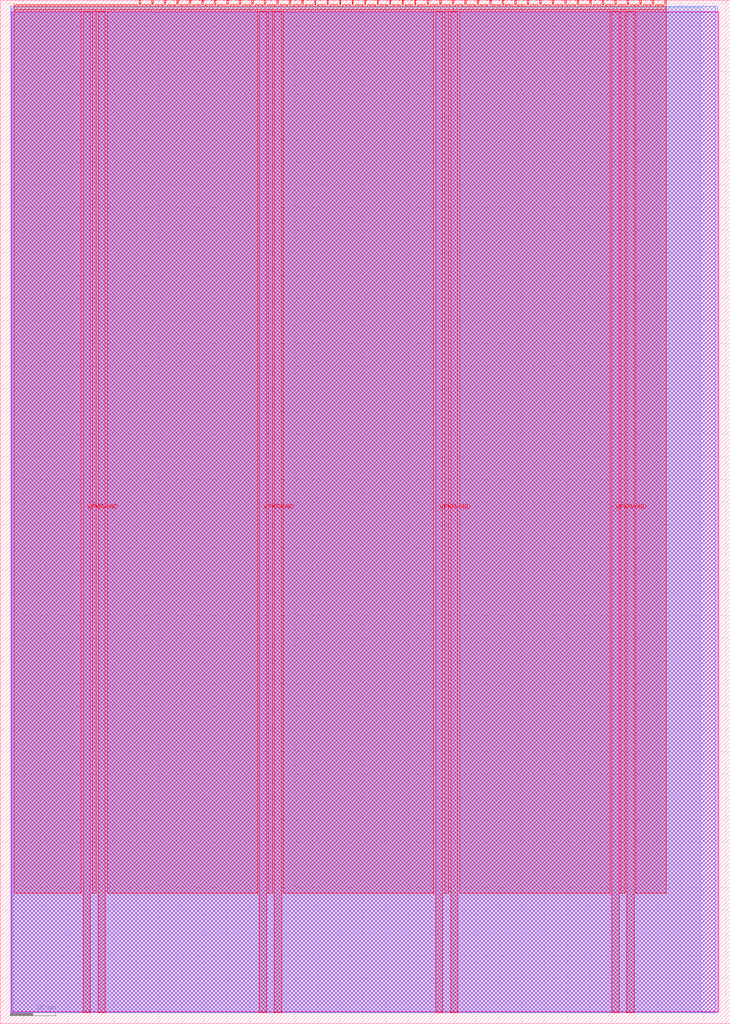
<source format=lef>
VERSION 5.7 ;
  NOWIREEXTENSIONATPIN ON ;
  DIVIDERCHAR "/" ;
  BUSBITCHARS "[]" ;
MACRO tt_um_zerotoasic_logo_screensaver
  CLASS BLOCK ;
  FOREIGN tt_um_zerotoasic_logo_screensaver ;
  ORIGIN 0.000 0.000 ;
  SIZE 161.000 BY 225.760 ;
  PIN VGND
    DIRECTION INOUT ;
    USE GROUND ;
    PORT
      LAYER met4 ;
        RECT 21.580 2.480 23.180 223.280 ;
    END
    PORT
      LAYER met4 ;
        RECT 60.450 2.480 62.050 223.280 ;
    END
    PORT
      LAYER met4 ;
        RECT 99.320 2.480 100.920 223.280 ;
    END
    PORT
      LAYER met4 ;
        RECT 138.190 2.480 139.790 223.280 ;
    END
  END VGND
  PIN VPWR
    DIRECTION INOUT ;
    USE POWER ;
    PORT
      LAYER met4 ;
        RECT 18.280 2.480 19.880 223.280 ;
    END
    PORT
      LAYER met4 ;
        RECT 57.150 2.480 58.750 223.280 ;
    END
    PORT
      LAYER met4 ;
        RECT 96.020 2.480 97.620 223.280 ;
    END
    PORT
      LAYER met4 ;
        RECT 134.890 2.480 136.490 223.280 ;
    END
  END VPWR
  PIN clk
    DIRECTION INPUT ;
    USE SIGNAL ;
    ANTENNAGATEAREA 1.286700 ;
    ANTENNADIFFAREA 0.434700 ;
    PORT
      LAYER met4 ;
        RECT 143.830 224.760 144.130 225.760 ;
    END
  END clk
  PIN ena
    DIRECTION INPUT ;
    USE SIGNAL ;
    PORT
      LAYER met4 ;
        RECT 146.590 224.760 146.890 225.760 ;
    END
  END ena
  PIN rst_n
    DIRECTION INPUT ;
    USE SIGNAL ;
    ANTENNAGATEAREA 0.631200 ;
    ANTENNADIFFAREA 0.434700 ;
    PORT
      LAYER met4 ;
        RECT 141.070 224.760 141.370 225.760 ;
    END
  END rst_n
  PIN ui_in[0]
    DIRECTION INPUT ;
    USE SIGNAL ;
    ANTENNAGATEAREA 0.647700 ;
    ANTENNADIFFAREA 0.434700 ;
    PORT
      LAYER met4 ;
        RECT 138.310 224.760 138.610 225.760 ;
    END
  END ui_in[0]
  PIN ui_in[1]
    DIRECTION INPUT ;
    USE SIGNAL ;
    ANTENNAGATEAREA 0.560700 ;
    ANTENNADIFFAREA 0.434700 ;
    PORT
      LAYER met4 ;
        RECT 135.550 224.760 135.850 225.760 ;
    END
  END ui_in[1]
  PIN ui_in[2]
    DIRECTION INPUT ;
    USE SIGNAL ;
    PORT
      LAYER met4 ;
        RECT 132.790 224.760 133.090 225.760 ;
    END
  END ui_in[2]
  PIN ui_in[3]
    DIRECTION INPUT ;
    USE SIGNAL ;
    PORT
      LAYER met4 ;
        RECT 130.030 224.760 130.330 225.760 ;
    END
  END ui_in[3]
  PIN ui_in[4]
    DIRECTION INPUT ;
    USE SIGNAL ;
    ANTENNAGATEAREA 0.631200 ;
    ANTENNADIFFAREA 0.434700 ;
    PORT
      LAYER met4 ;
        RECT 127.270 224.760 127.570 225.760 ;
    END
  END ui_in[4]
  PIN ui_in[5]
    DIRECTION INPUT ;
    USE SIGNAL ;
    ANTENNAGATEAREA 0.631200 ;
    ANTENNADIFFAREA 0.434700 ;
    PORT
      LAYER met4 ;
        RECT 124.510 224.760 124.810 225.760 ;
    END
  END ui_in[5]
  PIN ui_in[6]
    DIRECTION INPUT ;
    USE SIGNAL ;
    ANTENNAGATEAREA 0.631200 ;
    ANTENNADIFFAREA 0.434700 ;
    PORT
      LAYER met4 ;
        RECT 121.750 224.760 122.050 225.760 ;
    END
  END ui_in[6]
  PIN ui_in[7]
    DIRECTION INPUT ;
    USE SIGNAL ;
    PORT
      LAYER met4 ;
        RECT 118.990 224.760 119.290 225.760 ;
    END
  END ui_in[7]
  PIN uio_in[0]
    DIRECTION INPUT ;
    USE SIGNAL ;
    PORT
      LAYER met4 ;
        RECT 116.230 224.760 116.530 225.760 ;
    END
  END uio_in[0]
  PIN uio_in[1]
    DIRECTION INPUT ;
    USE SIGNAL ;
    PORT
      LAYER met4 ;
        RECT 113.470 224.760 113.770 225.760 ;
    END
  END uio_in[1]
  PIN uio_in[2]
    DIRECTION INPUT ;
    USE SIGNAL ;
    PORT
      LAYER met4 ;
        RECT 110.710 224.760 111.010 225.760 ;
    END
  END uio_in[2]
  PIN uio_in[3]
    DIRECTION INPUT ;
    USE SIGNAL ;
    PORT
      LAYER met4 ;
        RECT 107.950 224.760 108.250 225.760 ;
    END
  END uio_in[3]
  PIN uio_in[4]
    DIRECTION INPUT ;
    USE SIGNAL ;
    PORT
      LAYER met4 ;
        RECT 105.190 224.760 105.490 225.760 ;
    END
  END uio_in[4]
  PIN uio_in[5]
    DIRECTION INPUT ;
    USE SIGNAL ;
    PORT
      LAYER met4 ;
        RECT 102.430 224.760 102.730 225.760 ;
    END
  END uio_in[5]
  PIN uio_in[6]
    DIRECTION INPUT ;
    USE SIGNAL ;
    PORT
      LAYER met4 ;
        RECT 99.670 224.760 99.970 225.760 ;
    END
  END uio_in[6]
  PIN uio_in[7]
    DIRECTION INPUT ;
    USE SIGNAL ;
    PORT
      LAYER met4 ;
        RECT 96.910 224.760 97.210 225.760 ;
    END
  END uio_in[7]
  PIN uio_oe[0]
    DIRECTION OUTPUT ;
    USE SIGNAL ;
    PORT
      LAYER met4 ;
        RECT 49.990 224.760 50.290 225.760 ;
    END
  END uio_oe[0]
  PIN uio_oe[1]
    DIRECTION OUTPUT ;
    USE SIGNAL ;
    PORT
      LAYER met4 ;
        RECT 47.230 224.760 47.530 225.760 ;
    END
  END uio_oe[1]
  PIN uio_oe[2]
    DIRECTION OUTPUT ;
    USE SIGNAL ;
    PORT
      LAYER met4 ;
        RECT 44.470 224.760 44.770 225.760 ;
    END
  END uio_oe[2]
  PIN uio_oe[3]
    DIRECTION OUTPUT ;
    USE SIGNAL ;
    PORT
      LAYER met4 ;
        RECT 41.710 224.760 42.010 225.760 ;
    END
  END uio_oe[3]
  PIN uio_oe[4]
    DIRECTION OUTPUT ;
    USE SIGNAL ;
    PORT
      LAYER met4 ;
        RECT 38.950 224.760 39.250 225.760 ;
    END
  END uio_oe[4]
  PIN uio_oe[5]
    DIRECTION OUTPUT ;
    USE SIGNAL ;
    PORT
      LAYER met4 ;
        RECT 36.190 224.760 36.490 225.760 ;
    END
  END uio_oe[5]
  PIN uio_oe[6]
    DIRECTION OUTPUT ;
    USE SIGNAL ;
    PORT
      LAYER met4 ;
        RECT 33.430 224.760 33.730 225.760 ;
    END
  END uio_oe[6]
  PIN uio_oe[7]
    DIRECTION OUTPUT ;
    USE SIGNAL ;
    PORT
      LAYER met4 ;
        RECT 30.670 224.760 30.970 225.760 ;
    END
  END uio_oe[7]
  PIN uio_out[0]
    DIRECTION OUTPUT ;
    USE SIGNAL ;
    PORT
      LAYER met4 ;
        RECT 72.070 224.760 72.370 225.760 ;
    END
  END uio_out[0]
  PIN uio_out[1]
    DIRECTION OUTPUT ;
    USE SIGNAL ;
    PORT
      LAYER met4 ;
        RECT 69.310 224.760 69.610 225.760 ;
    END
  END uio_out[1]
  PIN uio_out[2]
    DIRECTION OUTPUT ;
    USE SIGNAL ;
    PORT
      LAYER met4 ;
        RECT 66.550 224.760 66.850 225.760 ;
    END
  END uio_out[2]
  PIN uio_out[3]
    DIRECTION OUTPUT ;
    USE SIGNAL ;
    PORT
      LAYER met4 ;
        RECT 63.790 224.760 64.090 225.760 ;
    END
  END uio_out[3]
  PIN uio_out[4]
    DIRECTION OUTPUT ;
    USE SIGNAL ;
    PORT
      LAYER met4 ;
        RECT 61.030 224.760 61.330 225.760 ;
    END
  END uio_out[4]
  PIN uio_out[5]
    DIRECTION OUTPUT ;
    USE SIGNAL ;
    PORT
      LAYER met4 ;
        RECT 58.270 224.760 58.570 225.760 ;
    END
  END uio_out[5]
  PIN uio_out[6]
    DIRECTION OUTPUT ;
    USE SIGNAL ;
    PORT
      LAYER met4 ;
        RECT 55.510 224.760 55.810 225.760 ;
    END
  END uio_out[6]
  PIN uio_out[7]
    DIRECTION OUTPUT ;
    USE SIGNAL ;
    PORT
      LAYER met4 ;
        RECT 52.750 224.760 53.050 225.760 ;
    END
  END uio_out[7]
  PIN uo_out[0]
    DIRECTION OUTPUT ;
    USE SIGNAL ;
    ANTENNADIFFAREA 0.445500 ;
    PORT
      LAYER met4 ;
        RECT 94.150 224.760 94.450 225.760 ;
    END
  END uo_out[0]
  PIN uo_out[1]
    DIRECTION OUTPUT ;
    USE SIGNAL ;
    ANTENNADIFFAREA 0.445500 ;
    PORT
      LAYER met4 ;
        RECT 91.390 224.760 91.690 225.760 ;
    END
  END uo_out[1]
  PIN uo_out[2]
    DIRECTION OUTPUT ;
    USE SIGNAL ;
    ANTENNADIFFAREA 0.445500 ;
    PORT
      LAYER met4 ;
        RECT 88.630 224.760 88.930 225.760 ;
    END
  END uo_out[2]
  PIN uo_out[3]
    DIRECTION OUTPUT ;
    USE SIGNAL ;
    ANTENNADIFFAREA 0.445500 ;
    PORT
      LAYER met4 ;
        RECT 85.870 224.760 86.170 225.760 ;
    END
  END uo_out[3]
  PIN uo_out[4]
    DIRECTION OUTPUT ;
    USE SIGNAL ;
    ANTENNADIFFAREA 0.445500 ;
    PORT
      LAYER met4 ;
        RECT 83.110 224.760 83.410 225.760 ;
    END
  END uo_out[4]
  PIN uo_out[5]
    DIRECTION OUTPUT ;
    USE SIGNAL ;
    ANTENNADIFFAREA 0.445500 ;
    PORT
      LAYER met4 ;
        RECT 80.350 224.760 80.650 225.760 ;
    END
  END uo_out[5]
  PIN uo_out[6]
    DIRECTION OUTPUT ;
    USE SIGNAL ;
    ANTENNADIFFAREA 0.445500 ;
    PORT
      LAYER met4 ;
        RECT 77.590 224.760 77.890 225.760 ;
    END
  END uo_out[6]
  PIN uo_out[7]
    DIRECTION OUTPUT ;
    USE SIGNAL ;
    ANTENNADIFFAREA 0.445500 ;
    PORT
      LAYER met4 ;
        RECT 74.830 224.760 75.130 225.760 ;
    END
  END uo_out[7]
  OBS
      LAYER nwell ;
        RECT 2.570 2.635 158.430 223.230 ;
      LAYER li1 ;
        RECT 2.760 2.635 158.240 223.125 ;
      LAYER met1 ;
        RECT 2.370 2.480 158.240 224.360 ;
      LAYER met2 ;
        RECT 2.400 2.535 157.680 224.390 ;
      LAYER met3 ;
        RECT 2.825 2.555 154.495 224.225 ;
      LAYER met4 ;
        RECT 3.055 224.360 30.270 224.760 ;
        RECT 31.370 224.360 33.030 224.760 ;
        RECT 34.130 224.360 35.790 224.760 ;
        RECT 36.890 224.360 38.550 224.760 ;
        RECT 39.650 224.360 41.310 224.760 ;
        RECT 42.410 224.360 44.070 224.760 ;
        RECT 45.170 224.360 46.830 224.760 ;
        RECT 47.930 224.360 49.590 224.760 ;
        RECT 50.690 224.360 52.350 224.760 ;
        RECT 53.450 224.360 55.110 224.760 ;
        RECT 56.210 224.360 57.870 224.760 ;
        RECT 58.970 224.360 60.630 224.760 ;
        RECT 61.730 224.360 63.390 224.760 ;
        RECT 64.490 224.360 66.150 224.760 ;
        RECT 67.250 224.360 68.910 224.760 ;
        RECT 70.010 224.360 71.670 224.760 ;
        RECT 72.770 224.360 74.430 224.760 ;
        RECT 75.530 224.360 77.190 224.760 ;
        RECT 78.290 224.360 79.950 224.760 ;
        RECT 81.050 224.360 82.710 224.760 ;
        RECT 83.810 224.360 85.470 224.760 ;
        RECT 86.570 224.360 88.230 224.760 ;
        RECT 89.330 224.360 90.990 224.760 ;
        RECT 92.090 224.360 93.750 224.760 ;
        RECT 94.850 224.360 96.510 224.760 ;
        RECT 97.610 224.360 99.270 224.760 ;
        RECT 100.370 224.360 102.030 224.760 ;
        RECT 103.130 224.360 104.790 224.760 ;
        RECT 105.890 224.360 107.550 224.760 ;
        RECT 108.650 224.360 110.310 224.760 ;
        RECT 111.410 224.360 113.070 224.760 ;
        RECT 114.170 224.360 115.830 224.760 ;
        RECT 116.930 224.360 118.590 224.760 ;
        RECT 119.690 224.360 121.350 224.760 ;
        RECT 122.450 224.360 124.110 224.760 ;
        RECT 125.210 224.360 126.870 224.760 ;
        RECT 127.970 224.360 129.630 224.760 ;
        RECT 130.730 224.360 132.390 224.760 ;
        RECT 133.490 224.360 135.150 224.760 ;
        RECT 136.250 224.360 137.910 224.760 ;
        RECT 139.010 224.360 140.670 224.760 ;
        RECT 141.770 224.360 143.430 224.760 ;
        RECT 144.530 224.360 146.190 224.760 ;
        RECT 3.055 223.680 146.905 224.360 ;
        RECT 3.055 28.735 17.880 223.680 ;
        RECT 20.280 28.735 21.180 223.680 ;
        RECT 23.580 28.735 56.750 223.680 ;
        RECT 59.150 28.735 60.050 223.680 ;
        RECT 62.450 28.735 95.620 223.680 ;
        RECT 98.020 28.735 98.920 223.680 ;
        RECT 101.320 28.735 134.490 223.680 ;
        RECT 136.890 28.735 137.790 223.680 ;
        RECT 140.190 28.735 146.905 223.680 ;
  END
END tt_um_zerotoasic_logo_screensaver
END LIBRARY


</source>
